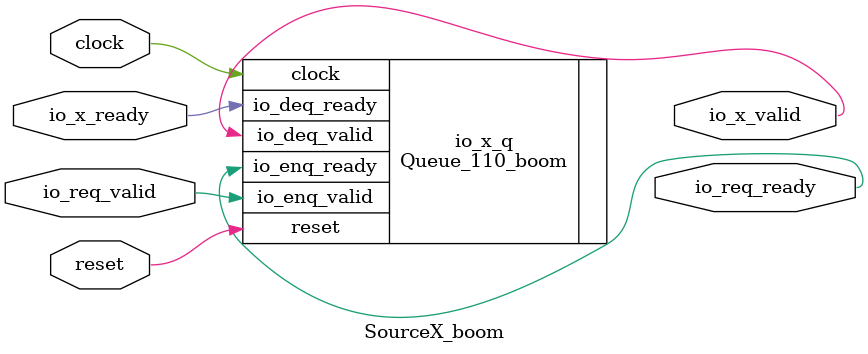
<source format=sv>
`ifndef RANDOMIZE
  `ifdef RANDOMIZE_REG_INIT
    `define RANDOMIZE
  `endif // RANDOMIZE_REG_INIT
`endif // not def RANDOMIZE
`ifndef RANDOMIZE
  `ifdef RANDOMIZE_MEM_INIT
    `define RANDOMIZE
  `endif // RANDOMIZE_MEM_INIT
`endif // not def RANDOMIZE

`ifndef RANDOM
  `define RANDOM $random
`endif // not def RANDOM

// Users can define 'PRINTF_COND' to add an extra gate to prints.
`ifndef PRINTF_COND_
  `ifdef PRINTF_COND
    `define PRINTF_COND_ (`PRINTF_COND)
  `else  // PRINTF_COND
    `define PRINTF_COND_ 1
  `endif // PRINTF_COND
`endif // not def PRINTF_COND_

// Users can define 'ASSERT_VERBOSE_COND' to add an extra gate to assert error printing.
`ifndef ASSERT_VERBOSE_COND_
  `ifdef ASSERT_VERBOSE_COND
    `define ASSERT_VERBOSE_COND_ (`ASSERT_VERBOSE_COND)
  `else  // ASSERT_VERBOSE_COND
    `define ASSERT_VERBOSE_COND_ 1
  `endif // ASSERT_VERBOSE_COND
`endif // not def ASSERT_VERBOSE_COND_

// Users can define 'STOP_COND' to add an extra gate to stop conditions.
`ifndef STOP_COND_
  `ifdef STOP_COND
    `define STOP_COND_ (`STOP_COND)
  `else  // STOP_COND
    `define STOP_COND_ 1
  `endif // STOP_COND
`endif // not def STOP_COND_

// Users can define INIT_RANDOM as general code that gets injected into the
// initializer block for modules with registers.
`ifndef INIT_RANDOM
  `define INIT_RANDOM
`endif // not def INIT_RANDOM

// If using random initialization, you can also define RANDOMIZE_DELAY to
// customize the delay used, otherwise 0.002 is used.
`ifndef RANDOMIZE_DELAY
  `define RANDOMIZE_DELAY 0.002
`endif // not def RANDOMIZE_DELAY

// Define INIT_RANDOM_PROLOG_ for use in our modules below.
`ifndef INIT_RANDOM_PROLOG_
  `ifdef RANDOMIZE
    `ifdef VERILATOR
      `define INIT_RANDOM_PROLOG_ `INIT_RANDOM
    `else  // VERILATOR
      `define INIT_RANDOM_PROLOG_ `INIT_RANDOM #`RANDOMIZE_DELAY begin end
    `endif // VERILATOR
  `else  // RANDOMIZE
    `define INIT_RANDOM_PROLOG_
  `endif // RANDOMIZE
`endif // not def INIT_RANDOM_PROLOG_

module SourceX_boom(
  input  clock,
         reset,
         io_req_valid,
         io_x_ready,
  output io_req_ready,
         io_x_valid
);

  Queue_110_boom io_x_q (	// @[Decoupled.scala:375:21]
    .clock        (clock),
    .reset        (reset),
    .io_enq_valid (io_req_valid),
    .io_deq_ready (io_x_ready),
    .io_enq_ready (io_req_ready),
    .io_deq_valid (io_x_valid)
  );
endmodule


</source>
